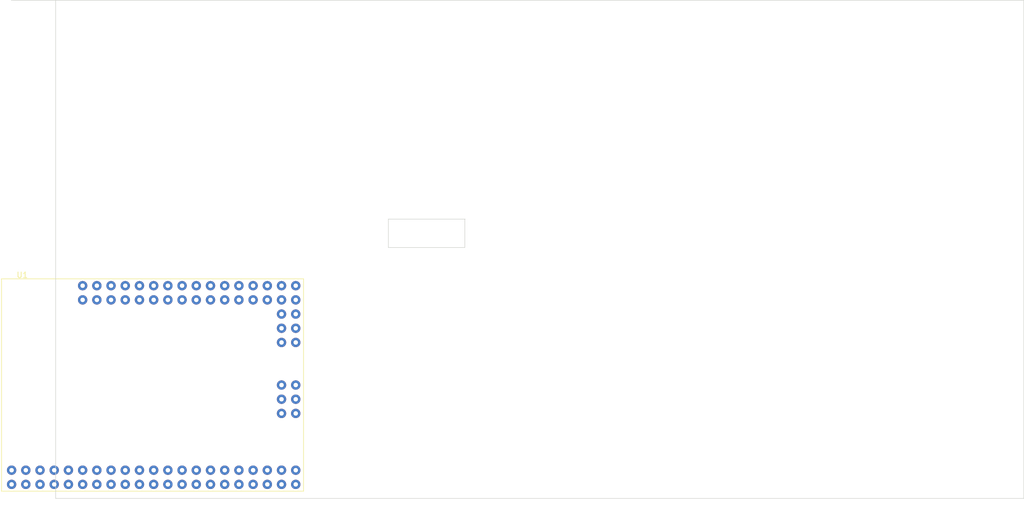
<source format=kicad_pcb>
(kicad_pcb (version 20211014) (generator pcbnew)
  (layers (0 "F.Cu" signal) (31 "B.Cu" signal) (34 "B.Paste" user) (35 "F.Paste" user) (36 "B.SilkS" user "B.Silkscreen") (37 "F.SilkS" user "F.Silkscreen") (38 "B.Mask" user) (39 "F.Mask" user) (44 "Edge.Cuts" user))
  (net 0 "")
  (net 1 "Net-(U1-PadA1)")
  (net 9 "Net-(U1-PadA10)")
  (footprint "maga pro:MODULE_MEGA_PRO_EMBED_CH340G___ATMEGA2560" (layer "F.Cu") (at 123.2662 91.44)
    (fp_text reference "U1" (at -23.295 -19.685) (layer "F.SilkS"))
    (fp_text value "ATmega2560-16C")
    (fp_line (start -27 19) (end 27 19) (layer "F.SilkS") (width 0.127))
    (fp_line (start 27 19) (end 27 -19) (layer "F.SilkS") (width 0.127))
    (fp_line (start -27 -19) (end 27 -19) (layer "F.SilkS") (width 0.127))
    (fp_line (start -27 19) (end -27 -19) (layer "F.SilkS") (width 0.127))
    (pad "3V3_1" thru_hole circle (at -17.58 17.78) (size 1.6764 1.6764) (drill 0.8) (layers *.Cu *.Mask))
    (pad "3V3_2" thru_hole circle (at -17.58 15.24) (size 1.6764 1.6764) (drill 0.8) (layers *.Cu *.Mask))
    (pad "5V_1" thru_hole circle (at -20.12 17.78) (size 1.6764 1.6764) (drill 0.8) (layers *.Cu *.Mask))
    (pad "5V_2" thru_hole circle (at -20.12 15.24) (size 1.6764 1.6764) (drill 0.8) (layers *.Cu *.Mask))
    (pad "5V_3" thru_hole circle (at 25.6 0) (size 1.6764 1.6764) (drill 0.8) (layers *.Cu *.Mask))
    (pad "A0" thru_hole circle (at -12.5 -17.78) (size 1.6764 1.6764) (drill 0.8) (layers *.Cu *.Mask))
    (pad "A1" thru_hole circle (at -12.5 -15.24) (size 1.6764 1.6764) (drill 0.8) (layers *.Cu *.Mask) (net 1 "Net-(U1-PadA1)"))
    (pad "A2" thru_hole circle (at -9.96 -17.78) (size 1.6764 1.6764) (drill 0.8) (layers *.Cu *.Mask))
    (pad "A3" thru_hole circle (at -9.96 -15.24) (size 1.6764 1.6764) (drill 0.8) (layers *.Cu *.Mask))
    (pad "A4" thru_hole circle (at -7.42 -17.78) (size 1.6764 1.6764) (drill 0.8) (layers *.Cu *.Mask))
    (pad "A5" thru_hole circle (at -7.42 -15.24) (size 1.6764 1.6764) (drill 0.8) (layers *.Cu *.Mask))
    (pad "A6" thru_hole circle (at -4.88 -17.78) (size 1.6764 1.6764) (drill 0.8) (layers *.Cu *.Mask))
    (pad "A7" thru_hole circle (at -4.88 -15.24) (size 1.6764 1.6764) (drill 0.8) (layers *.Cu *.Mask))
    (pad "A8" thru_hole circle (at -2.34 -17.78) (size 1.6764 1.6764) (drill 0.8) (layers *.Cu *.Mask))
    (pad "A9" thru_hole circle (at -2.34 -15.24) (size 1.6764 1.6764) (drill 0.8) (layers *.Cu *.Mask) (net 1 "Net-(U1-PadA1)"))
    (pad "A10" thru_hole circle (at 0.2 -17.78) (size 1.6764 1.6764) (drill 0.8) (layers *.Cu *.Mask) (net 9 "Net-(U1-PadA10)"))
    (pad "A11" thru_hole circle (at 0.2 -15.24) (size 1.6764 1.6764) (drill 0.8) (layers *.Cu *.Mask))
    (pad "A12" thru_hole circle (at 2.74 -17.78) (size 1.6764 1.6764) (drill 0.8) (layers *.Cu *.Mask))
    (pad "A13" thru_hole circle (at 2.74 -15.24) (size 1.6764 1.6764) (drill 0.8) (layers *.Cu *.Mask))
    (pad "A14" thru_hole circle (at 5.28 -17.78) (size 1.6764 1.6764) (drill 0.8) (layers *.Cu *.Mask))
    (pad "A15" thru_hole circle (at 5.28 -15.24) (size 1.6764 1.6764) (drill 0.8) (layers *.Cu *.Mask))
    (pad "AREF" thru_hole circle (at -15.04 15.24) (size 1.6764 1.6764) (drill 0.8) (layers *.Cu *.Mask))
    (pad "D2" thru_hole circle (at -9.96 15.24) (size 1.6764 1.6764) (drill 0.8) (layers *.Cu *.Mask))
    (pad "D3" thru_hole circle (at -9.96 17.78) (size 1.6764 1.6764) (drill 0.8) (layers *.Cu *.Mask))
    (pad "D4" thru_hole circle (at -7.42 15.24) (size 1.6764 1.6764) (drill 0.8) (layers *.Cu *.Mask))
    (pad "D5" thru_hole circle (at -7.42 17.78) (size 1.6764 1.6764) (drill 0.8) (layers *.Cu *.Mask))
    (pad "D6" thru_hole circle (at -4.88 15.24) (size 1.6764 1.6764) (drill 0.8) (layers *.Cu *.Mask))
    (pad "D7" thru_hole circle (at -4.88 17.78) (size 1.6764 1.6764) (drill 0.8) (layers *.Cu *.Mask))
    (pad "D8" thru_hole circle (at -2.34 15.24) (size 1.6764 1.6764) (drill 0.8) (layers *.Cu *.Mask))
    (pad "D9" thru_hole circle (at -2.34 17.78) (size 1.6764 1.6764) (drill 0.8) (layers *.Cu *.Mask))
    (pad "D10" thru_hole circle (at 0.2 15.24) (size 1.6764 1.6764) (drill 0.8) (layers *.Cu *.Mask))
    (pad "D11" thru_hole circle (at 0.2 17.78) (size 1.6764 1.6764) (drill 0.8) (layers *.Cu *.Mask))
    (pad "D12" thru_hole circle (at 2.74 15.24) (size 1.6764 1.6764) (drill 0.8) (layers *.Cu *.Mask))
    (pad "D13" thru_hole circle (at 2.74 17.78) (size 1.6764 1.6764) (drill 0.8) (layers *.Cu *.Mask))
    (pad "D14" thru_hole circle (at 5.28 15.24) (size 1.6764 1.6764) (drill 0.8) (layers *.Cu *.Mask))
    (pad "D15" thru_hole circle (at 5.28 17.78) (size 1.6764 1.6764) (drill 0.8) (layers *.Cu *.Mask))
    (pad "D16" thru_hole circle (at 7.82 15.24) (size 1.6764 1.6764) (drill 0.8) (layers *.Cu *.Mask))
    (pad "D17" thru_hole circle (at 7.82 17.78) (size 1.6764 1.6764) (drill 0.8) (layers *.Cu *.Mask))
    (pad "D18" thru_hole circle (at 10.36 15.24) (size 1.6764 1.6764) (drill 0.8) (layers *.Cu *.Mask))
    (pad "D19" thru_hole circle (at 10.36 17.78) (size 1.6764 1.6764) (drill 0.8) (layers *.Cu *.Mask))
    (pad "D20" thru_hole circle (at 12.9 15.24) (size 1.6764 1.6764) (drill 0.8) (layers *.Cu *.Mask))
    (pad "D21" thru_hole circle (at 12.9 17.78) (size 1.6764 1.6764) (drill 0.8) (layers *.Cu *.Mask))
    (pad "D22" thru_hole circle (at 15.44 15.24) (size 1.6764 1.6764) (drill 0.8) (layers *.Cu *.Mask))
    (pad "D23" thru_hole circle (at 15.44 17.78) (size 1.6764 1.6764) (drill 0.8) (layers *.Cu *.Mask))
    (pad "D24" thru_hole circle (at 17.98 15.24) (size 1.6764 1.6764) (drill 0.8) (layers *.Cu *.Mask))
    (pad "D25" thru_hole circle (at 17.98 17.78) (size 1.6764 1.6764) (drill 0.8) (layers *.Cu *.Mask))
    (pad "D26" thru_hole circle (at 20.52 15.24) (size 1.6764 1.6764) (drill 0.8) (layers *.Cu *.Mask))
    (pad "D27" thru_hole circle (at 20.52 17.78) (size 1.6764 1.6764) (drill 0.8) (layers *.Cu *.Mask))
    (pad "D28" thru_hole circle (at 23.06 15.24) (size 1.6764 1.6764) (drill 0.8) (layers *.Cu *.Mask))
    (pad "D29" thru_hole circle (at 23.06 17.78) (size 1.6764 1.6764) (drill 0.8) (layers *.Cu *.Mask))
    (pad "D30" thru_hole circle (at 25.6 15.24) (size 1.6764 1.6764) (drill 0.8) (layers *.Cu *.Mask))
    (pad "D31" thru_hole circle (at 25.6 17.78) (size 1.6764 1.6764) (drill 0.8) (layers *.Cu *.Mask))
    (pad "D32" thru_hole circle (at 7.82 -17.78) (size 1.6764 1.6764) (drill 0.8) (layers *.Cu *.Mask))
    (pad "D33" thru_hole circle (at 7.82 -15.24) (size 1.6764 1.6764) (drill 0.8) (layers *.Cu *.Mask))
    (pad "D34" thru_hole circle (at 10.36 -17.78) (size 1.6764 1.6764) (drill 0.8) (layers *.Cu *.Mask))
    (pad "D35" thru_hole circle (at 10.36 -15.24) (size 1.6764 1.6764) (drill 0.8) (layers *.Cu *.Mask))
    (pad "D36" thru_hole circle (at 12.9 -17.78) (size 1.6764 1.6764) (drill 0.8) (layers *.Cu *.Mask))
    (pad "D37" thru_hole circle (at 12.9 -15.24) (size 1.6764 1.6764) (drill 0.8) (layers *.Cu *.Mask))
    (pad "D38" thru_hole circle (at 15.44 -17.78) (size 1.6764 1.6764) (drill 0.8) (layers *.Cu *.Mask))
    (pad "D39" thru_hole circle (at 15.44 -15.24) (size 1.6764 1.6764) (drill 0.8) (layers *.Cu *.Mask))
    (pad "D40" thru_hole circle (at 17.98 -17.78) (size 1.6764 1.6764) (drill 0.8) (layers *.Cu *.Mask))
    (pad "D41" thru_hole circle (at 17.98 -15.24) (size 1.6764 1.6764) (drill 0.8) (layers *.Cu *.Mask))
    (pad "D42" thru_hole circle (at 20.52 -17.78) (size 1.6764 1.6764) (drill 0.8) (layers *.Cu *.Mask))
    (pad "D43" thru_hole circle (at 20.52 -15.24) (size 1.6764 1.6764) (drill 0.8) (layers *.Cu *.Mask))
    (pad "D44" thru_hole circle (at 23.06 -17.78) (size 1.6764 1.6764) (drill 0.8) (layers *.Cu *.Mask))
    (pad "D45" thru_hole circle (at 23.06 -15.24) (size 1.6764 1.6764) (drill 0.8) (layers *.Cu *.Mask))
    (pad "D46" thru_hole circle (at 25.6 -17.78) (size 1.6764 1.6764) (drill 0.8) (layers *.Cu *.Mask))
    (pad "D47" thru_hole circle (at 25.6 -15.24) (size 1.6764 1.6764) (drill 0.8) (layers *.Cu *.Mask))
    (pad "D48" thru_hole circle (at 25.6 -12.7) (size 1.6764 1.6764) (drill 0.8) (layers *.Cu *.Mask))
    (pad "D49" thru_hole circle (at 23.06 -12.7) (size 1.6764 1.6764) (drill 0.8) (layers *.Cu *.Mask))
    (pad "D50" thru_hole circle (at 25.6 -10.16) (size 1.6764 1.6764) (drill 0.8) (layers *.Cu *.Mask))
    (pad "D51" thru_hole circle (at 23.06 -10.16) (size 1.6764 1.6764) (drill 0.8) (layers *.Cu *.Mask))
    (pad "D52" thru_hole circle (at 25.6 -7.62) (size 1.6764 1.6764) (drill 0.8) (layers *.Cu *.Mask))
    (pad "D53" thru_hole circle (at 23.06 -7.62) (size 1.6764 1.6764) (drill 0.8) (layers *.Cu *.Mask))
    (pad "GND_1" thru_hole circle (at -22.66 17.78) (size 1.6764 1.6764) (drill 0.8) (layers *.Cu *.Mask))
    (pad "GND_2" thru_hole circle (at -22.66 15.24) (size 1.6764 1.6764) (drill 0.8) (layers *.Cu *.Mask))
    (pad "GND_3" thru_hole circle (at 25.6 5.08) (size 1.6764 1.6764) (drill 0.8) (layers *.Cu *.Mask))
    (pad "MISO" thru_hole circle (at 23.06 0) (size 1.6764 1.6764) (drill 0.8) (layers *.Cu *.Mask))
    (pad "MOSI" thru_hole circle (at 25.6 2.54) (size 1.6764 1.6764) (drill 0.8) (layers *.Cu *.Mask))
    (pad "RESET" thru_hole circle (at 23.06 5.08) (size 1.6764 1.6764) (drill 0.8) (layers *.Cu *.Mask))
    (pad "RST" thru_hole circle (at -15.04 17.78) (size 1.6764 1.6764) (drill 0.8) (layers *.Cu *.Mask))
    (pad "RX" thru_hole circle (at -12.5 15.24) (size 1.6764 1.6764) (drill 0.8) (layers *.Cu *.Mask))
    (pad "SCK" thru_hole circle (at 23.06 2.54) (size 1.6764 1.6764) (drill 0.8) (layers *.Cu *.Mask))
    (pad "TX" thru_hole circle (at -12.5 17.78) (size 1.6764 1.6764) (drill 0.8) (layers *.Cu *.Mask))
    (pad "VIN_1" thru_hole circle (at -25.2 17.78) (size 1.6764 1.6764) (drill 0.8) (layers *.Cu *.Mask))
    (pad "VIN_2" thru_hole circle (at -25.2 15.24) (size 1.6764 1.6764) (drill 0.8) (layers *.Cu *.Mask))
  )
  (gr_line (start 165.4302 61.7474) (end 165.4302 66.8274) (layer "Edge.Cuts") (width 0.1))
  (gr_line (start 279.0444 111.7346) (end 105.9434 111.7346) (layer "Edge.Cuts") (width 0.1))
  (gr_line (start 98.0186 22.5806) (end 279.0444 22.5806) (layer "Edge.Cuts") (width 0.1))
  (gr_line (start 105.9434 111.7346) (end 105.9434 22.5806) (layer "Edge.Cuts") (width 0.1))
  (gr_line (start 179.1716 61.7474) (end 165.4302 61.7474) (layer "Edge.Cuts") (width 0.1))
  (gr_line (start 179.0954 66.8274) (end 179.0954 61.7474) (layer "Edge.Cuts") (width 0.1))
  (gr_line (start 165.4302 66.8274) (end 179.0954 66.8274) (layer "Edge.Cuts") (width 0.1))
  (gr_line (start 279.0444 22.5806) (end 279.0444 111.7346) (layer "Edge.Cuts") (width 0.1))
)
</source>
